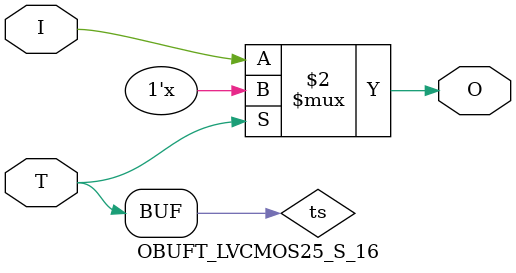
<source format=v>

/*

FUNCTION    : TRI-STATE OUTPUT BUFFER

*/

`celldefine
`timescale  100 ps / 10 ps

module OBUFT_LVCMOS25_S_16 (O, I, T);

    output O;

    input  I, T;

    or O1 (ts, 1'b0, T);
    bufif0 T1 (O, I, ts);

endmodule

</source>
